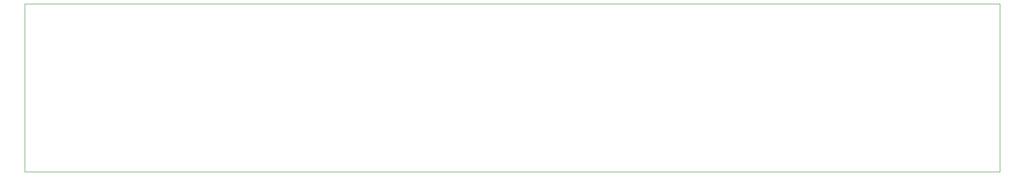
<source format=gbr>
G04 #@! TF.GenerationSoftware,KiCad,Pcbnew,(5.1.2)-2*
G04 #@! TF.CreationDate,2020-02-10T16:58:43+01:00*
G04 #@! TF.ProjectId,S174,53313734-2e6b-4696-9361-645f70636258,rev?*
G04 #@! TF.SameCoordinates,Original*
G04 #@! TF.FileFunction,Profile,NP*
%FSLAX46Y46*%
G04 Gerber Fmt 4.6, Leading zero omitted, Abs format (unit mm)*
G04 Created by KiCad (PCBNEW (5.1.2)-2) date 2020-02-10 16:58:43*
%MOMM*%
%LPD*%
G04 APERTURE LIST*
%ADD10C,0.050000*%
G04 APERTURE END LIST*
D10*
X100000000Y-85000000D02*
X274000000Y-85000000D01*
X100000000Y-115000000D02*
X100000000Y-85000000D01*
X274000000Y-115000000D02*
X100000000Y-115000000D01*
X274000000Y-85000000D02*
X274000000Y-115000000D01*
M02*

</source>
